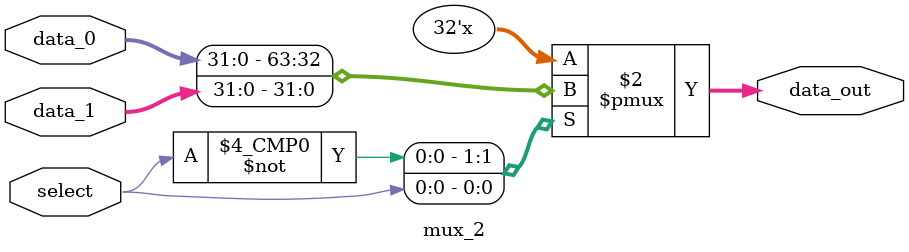
<source format=v>
module mux_2 #(
        parameter width = 32
    )
    (
        output reg [(width-1):0] data_out,
        input [(width-1):0] data_0,
        input [(width-1):0] data_1,
        input select
    );

    always @(*) begin
        case (select)
            0: data_out <= data_0;
            1: data_out <= data_1;
        endcase
    end

endmodule
</source>
